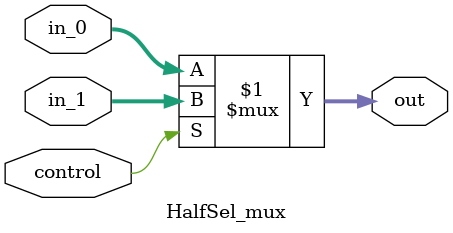
<source format=v>
module HalfSel_mux (
    input wire control,

    input wire [15:0] in_0, // input MSB
    input wire [15:0] in_1, // input LSB
    
    output wire [15:0] out
);
    assign out = (control) ? in_1 : in_0;
endmodule
</source>
